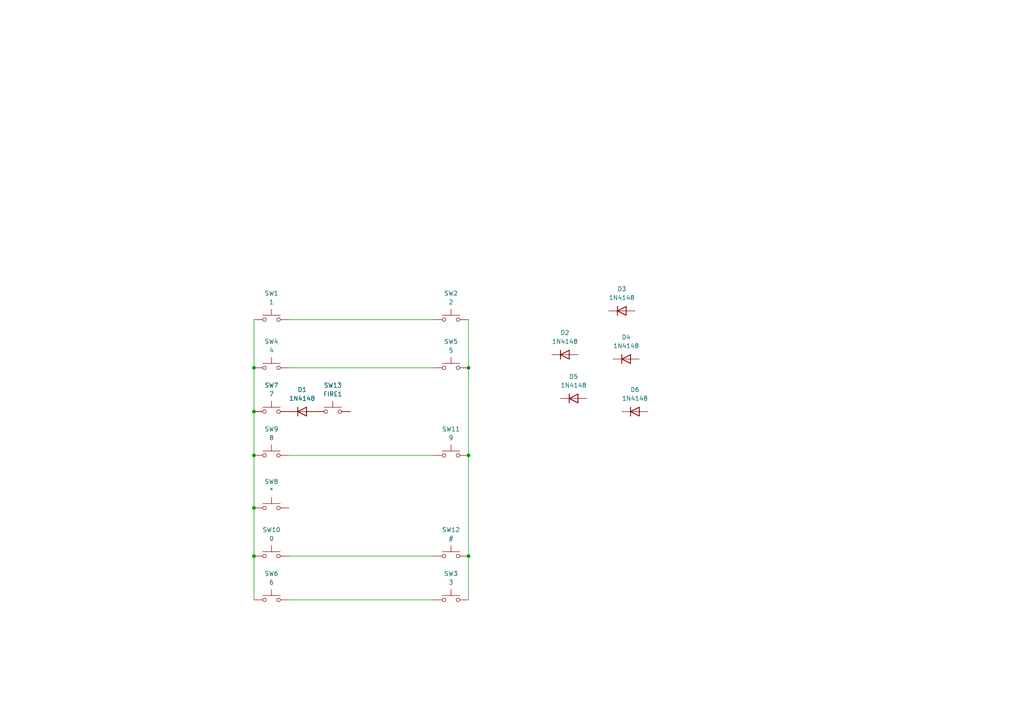
<source format=kicad_sch>
(kicad_sch (version 20250114) (generator "eeschema") (generator_version "9.0")
  (paper "A4")
  (lib_symbols
    (symbol "Device:D" (pin_numbers (hide yes)) (pin_names (offset 1.016) (hide yes))
      (property "Reference" "D" (at 0 2.54 0))
      (property "Value" "D" (at 0 -2.54 0))
      (symbol "D_0_1"
        (polyline (pts (xy -1.27 1.27) (xy -1.27 -1.27)) (stroke (width 0.254)))
        (polyline (pts (xy 1.27 1.27) (xy 1.27 -1.27) (xy -1.27 0) (xy 1.27 1.27)) (stroke (width 0.254)))
        (polyline (pts (xy 1.27 0) (xy -1.27 0)))
      )
      (symbol "D_1_1"
        (pin passive line (at -3.81 0 0) (length 2.54) (name "K") (number "1"))
        (pin passive line (at 3.81 0 180) (length 2.54) (name "A") (number "2"))
      )
    )
    (symbol "Switch:SW_Push" (pin_numbers (hide yes)) (pin_names (offset 1.016) (hide yes))
      (property "Reference" "SW" (at 1.27 2.54 0))
      (property "Value" "SW_Push" (at 0 -1.524 0))
      (symbol "SW_Push_0_1"
        (circle (center -2.032 0) (radius 0.508))
        (polyline (pts (xy 0 1.27) (xy 0 3.048)))
        (circle (center 2.032 0) (radius 0.508))
        (polyline (pts (xy 2.54 1.27) (xy -2.54 1.27)))
        (pin passive line (at -5.08 0 0) (length 2.54) (name "1") (number "1"))
        (pin passive line (at 5.08 0 180) (length 2.54) (name "2") (number "2"))
      )
    )
  )
  (junction (at 73.66 161.29))
  (junction (at 135.89 132.08))
  (junction (at 135.89 106.68))
  (junction (at 73.66 147.32))
  (junction (at 73.66 132.08))
  (junction (at 73.66 106.68))
  (junction (at 73.66 119.38))
  (junction (at 135.89 161.29))
  (wire (pts (xy 83.82 161.29) (xy 125.73 161.29)))
  (wire (pts (xy 73.66 147.32) (xy 73.66 161.29)))
  (wire (pts (xy 135.89 92.71) (xy 135.89 106.68)))
  (wire (pts (xy 135.89 161.29) (xy 135.89 173.99)))
  (wire (pts (xy 83.82 92.71) (xy 125.73 92.71)))
  (wire (pts (xy 73.66 92.71) (xy 73.66 106.68)))
  (wire (pts (xy 83.82 106.68) (xy 125.73 106.68)))
  (wire (pts (xy 135.89 132.08) (xy 135.89 161.29)))
  (wire (pts (xy 125.73 132.08) (xy 83.82 132.08)))
  (wire (pts (xy 73.66 132.08) (xy 73.66 147.32)))
  (wire (pts (xy 73.66 106.68) (xy 73.66 119.38)))
  (wire (pts (xy 73.66 161.29) (xy 73.66 173.99)))
  (wire (pts (xy 83.82 173.99) (xy 125.73 173.99)))
  (wire (pts (xy 135.89 106.68) (xy 135.89 132.08)))
  (wire (pts (xy 73.66 119.38) (xy 73.66 132.08)))
  (symbol (lib_id "Switch:SW_Push") (at 130.81 92.71 0) (unit 1)
    (property "Reference" "SW2" (at 130.81 85.09 0))
    (property "Value" "2" (at 130.81 87.63 0))
    (property "Description" "Push button switch, generic, two pins" (effects (hide yes)))
  )
  (symbol (lib_id "Device:D") (at 87.63 119.38 0) (unit 1)
    (property "Reference" "D1" (at 87.63 113.03 0))
    (property "Value" "1N4148" (at 87.63 115.57 0))
    (property "Description" "Diode" (effects (hide yes)))
    (property "Sim.Device" "D" (effects (hide yes)))
    (property "Sim.Pins" "1=K 2=A" (effects (hide yes)))
  )
  (symbol (lib_id "Switch:SW_Push") (at 78.74 161.29 0) (unit 1)
    (property "Reference" "SW10" (at 78.74 153.67 0))
    (property "Value" "0" (at 78.74 156.21 0))
    (property "Description" "Push button switch, generic, two pins" (effects (hide yes)))
  )
  (symbol (lib_id "Switch:SW_Push") (at 96.52 119.38 0) (unit 1)
    (property "Reference" "SW13" (at 96.52 111.76 0))
    (property "Value" "FIRE1" (at 96.52 114.3 0))
    (property "Description" "Push button switch, generic, two pins" (effects (hide yes)))
  )
  (symbol (lib_id "Switch:SW_Push") (at 78.74 147.32 0) (unit 1)
    (property "Reference" "SW8" (at 78.74 139.7 0))
    (property "Value" "*" (at 78.74 142.24 0))
    (property "Description" "Push button switch, generic, two pins" (effects (hide yes)))
  )
  (symbol (lib_id "Switch:SW_Push") (at 78.74 173.99 0) (unit 1)
    (property "Reference" "SW6" (at 78.74 166.37 0))
    (property "Value" "6" (at 78.74 168.91 0))
    (property "Description" "Push button switch, generic, two pins" (effects (hide yes)))
  )
  (symbol (lib_id "Device:D") (at 163.83 102.87 0) (unit 1)
    (property "Reference" "D2" (at 163.83 96.52 0))
    (property "Value" "1N4148" (at 163.83 99.06 0))
    (property "Description" "Diode" (effects (hide yes)))
    (property "Sim.Device" "D" (effects (hide yes)))
    (property "Sim.Pins" "1=K 2=A" (effects (hide yes)))
  )
  (symbol (lib_id "Device:D") (at 184.15 119.38 0) (unit 1)
    (property "Reference" "D6" (at 184.15 113.03 0))
    (property "Value" "1N4148" (at 184.15 115.57 0))
    (property "Description" "Diode" (effects (hide yes)))
    (property "Sim.Device" "D" (effects (hide yes)))
    (property "Sim.Pins" "1=K 2=A" (effects (hide yes)))
  )
  (symbol (lib_id "Switch:SW_Push") (at 130.81 173.99 0) (unit 1)
    (property "Reference" "SW3" (at 130.81 166.37 0))
    (property "Value" "3" (at 130.81 168.91 0))
    (property "Description" "Push button switch, generic, two pins" (effects (hide yes)))
  )
  (symbol (lib_id "Switch:SW_Push") (at 78.74 119.38 0) (unit 1)
    (property "Reference" "SW7" (at 78.74 111.76 0))
    (property "Value" "7" (at 78.74 114.3 0))
    (property "Description" "Push button switch, generic, two pins" (effects (hide yes)))
  )
  (symbol (lib_id "Device:D") (at 181.61 104.14 0) (unit 1)
    (property "Reference" "D4" (at 181.61 97.79 0))
    (property "Value" "1N4148" (at 181.61 100.33 0))
    (property "Description" "Diode" (effects (hide yes)))
    (property "Sim.Device" "D" (effects (hide yes)))
    (property "Sim.Pins" "1=K 2=A" (effects (hide yes)))
  )
  (symbol (lib_id "Switch:SW_Push") (at 78.74 92.71 0) (unit 1)
    (property "Reference" "SW1" (at 78.74 85.09 0))
    (property "Value" "1" (at 78.74 87.63 0))
    (property "Description" "Push button switch, generic, two pins" (effects (hide yes)))
  )
  (symbol (lib_id "Device:D") (at 166.37 115.57 0) (unit 1)
    (property "Reference" "D5" (at 166.37 109.22 0))
    (property "Value" "1N4148" (at 166.37 111.76 0))
    (property "Description" "Diode" (effects (hide yes)))
    (property "Sim.Device" "D" (effects (hide yes)))
    (property "Sim.Pins" "1=K 2=A" (effects (hide yes)))
  )
  (symbol (lib_id "Device:D") (at 180.34 90.17 0) (unit 1)
    (property "Reference" "D3" (at 180.34 83.82 0))
    (property "Value" "1N4148" (at 180.34 86.36 0))
    (property "Description" "Diode" (effects (hide yes)))
    (property "Sim.Device" "D" (effects (hide yes)))
    (property "Sim.Pins" "1=K 2=A" (effects (hide yes)))
  )
  (symbol (lib_id "Switch:SW_Push") (at 130.81 106.68 0) (unit 1)
    (property "Reference" "SW5" (at 130.81 99.06 0))
    (property "Value" "5" (at 130.81 101.6 0))
    (property "Description" "Push button switch, generic, two pins" (effects (hide yes)))
  )
  (symbol (lib_id "Switch:SW_Push") (at 130.81 161.29 0) (unit 1)
    (property "Reference" "SW12" (at 130.81 153.67 0))
    (property "Value" "#" (at 130.81 156.21 0))
    (property "Description" "Push button switch, generic, two pins" (effects (hide yes)))
  )
  (symbol (lib_id "Switch:SW_Push") (at 78.74 106.68 0) (unit 1)
    (property "Reference" "SW4" (at 78.74 99.06 0))
    (property "Value" "4" (at 78.74 101.6 0))
    (property "Description" "Push button switch, generic, two pins" (effects (hide yes)))
  )
  (symbol (lib_id "Switch:SW_Push") (at 78.74 132.08 0) (unit 1)
    (property "Reference" "SW9" (at 78.74 124.46 0))
    (property "Value" "8" (at 78.74 127 0))
    (property "Description" "Push button switch, generic, two pins" (effects (hide yes)))
  )
  (symbol (lib_id "Switch:SW_Push") (at 130.81 132.08 0) (unit 1)
    (property "Reference" "SW11" (at 130.81 124.46 0))
    (property "Value" "9" (at 130.81 127 0))
    (property "Description" "Push button switch, generic, two pins" (effects (hide yes)))
  )
)
</source>
